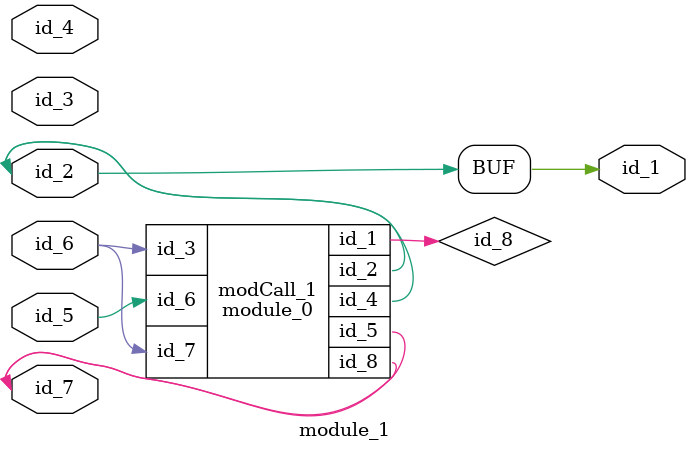
<source format=v>
module module_0 (
    id_1,
    id_2,
    id_3,
    id_4,
    id_5,
    id_6,
    id_7,
    id_8
);
  output wire id_8;
  input wire id_7;
  input wire id_6;
  inout wire id_5;
  output wire id_4;
  input wire id_3;
  output wire id_2;
  inout wire id_1;
  wire id_9, id_10;
  wire id_11;
  wire id_12 = id_1;
endmodule
module module_1 (
    id_1,
    id_2,
    id_3,
    id_4,
    id_5,
    id_6,
    id_7
);
  inout wire id_7;
  input wire id_6;
  input wire id_5;
  inout wire id_4;
  input wire id_3;
  inout wire id_2;
  output wire id_1;
  assign id_2 = $display;
  wire id_8;
  module_0 modCall_1 (
      id_8,
      id_1,
      id_6,
      id_1,
      id_7,
      id_5,
      id_6,
      id_7
  );
  assign id_1 = id_2;
endmodule

</source>
